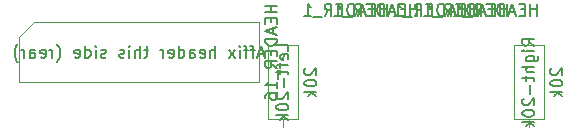
<source format=gbr>
G04 #@! TF.GenerationSoftware,KiCad,Pcbnew,(5.1.0)-1*
G04 #@! TF.CreationDate,2021-08-08T02:08:22-05:00*
G04 #@! TF.ProjectId,nixie_legacy-digit,6e697869-655f-46c6-9567-6163792d6469,rev?*
G04 #@! TF.SameCoordinates,Original*
G04 #@! TF.FileFunction,Other,Fab,Bot*
%FSLAX46Y46*%
G04 Gerber Fmt 4.6, Leading zero omitted, Abs format (unit mm)*
G04 Created by KiCad (PCBNEW (5.1.0)-1) date 2021-08-08 02:08:22*
%MOMM*%
%LPD*%
G04 APERTURE LIST*
%ADD10C,0.100000*%
%ADD11C,0.150000*%
G04 APERTURE END LIST*
D10*
X123464000Y-89560000D02*
X125964000Y-89560000D01*
X125964000Y-89560000D02*
X125964000Y-95860000D01*
X125964000Y-95860000D02*
X123464000Y-95860000D01*
X123464000Y-95860000D02*
X123464000Y-89560000D01*
X124714000Y-96520000D02*
X124714000Y-95860000D01*
X102636000Y-89560000D02*
X105136000Y-89560000D01*
X105136000Y-89560000D02*
X105136000Y-95860000D01*
X105136000Y-95860000D02*
X102636000Y-95860000D01*
X102636000Y-95860000D02*
X102636000Y-89560000D01*
X103886000Y-96520000D02*
X103886000Y-95860000D01*
X81534000Y-88900000D02*
X81534000Y-92710000D01*
X81534000Y-92710000D02*
X101854000Y-92710000D01*
X101854000Y-92710000D02*
X101854000Y-87630000D01*
X101854000Y-87630000D02*
X82804000Y-87630000D01*
X82804000Y-87630000D02*
X81534000Y-88900000D01*
D11*
X126631619Y-91543333D02*
X126584000Y-91590952D01*
X126536380Y-91686190D01*
X126536380Y-91924285D01*
X126584000Y-92019523D01*
X126631619Y-92067142D01*
X126726857Y-92114761D01*
X126822095Y-92114761D01*
X126964952Y-92067142D01*
X127536380Y-91495714D01*
X127536380Y-92114761D01*
X126536380Y-92733809D02*
X126536380Y-92829047D01*
X126584000Y-92924285D01*
X126631619Y-92971904D01*
X126726857Y-93019523D01*
X126917333Y-93067142D01*
X127155428Y-93067142D01*
X127345904Y-93019523D01*
X127441142Y-92971904D01*
X127488761Y-92924285D01*
X127536380Y-92829047D01*
X127536380Y-92733809D01*
X127488761Y-92638571D01*
X127441142Y-92590952D01*
X127345904Y-92543333D01*
X127155428Y-92495714D01*
X126917333Y-92495714D01*
X126726857Y-92543333D01*
X126631619Y-92590952D01*
X126584000Y-92638571D01*
X126536380Y-92733809D01*
X127536380Y-93495714D02*
X126536380Y-93495714D01*
X127155428Y-93590952D02*
X127536380Y-93876666D01*
X126869714Y-93876666D02*
X127250666Y-93495714D01*
X125166380Y-89614761D02*
X124690190Y-89281428D01*
X125166380Y-89043333D02*
X124166380Y-89043333D01*
X124166380Y-89424285D01*
X124214000Y-89519523D01*
X124261619Y-89567142D01*
X124356857Y-89614761D01*
X124499714Y-89614761D01*
X124594952Y-89567142D01*
X124642571Y-89519523D01*
X124690190Y-89424285D01*
X124690190Y-89043333D01*
X125166380Y-90043333D02*
X124499714Y-90043333D01*
X124166380Y-90043333D02*
X124214000Y-89995714D01*
X124261619Y-90043333D01*
X124214000Y-90090952D01*
X124166380Y-90043333D01*
X124261619Y-90043333D01*
X124499714Y-90948095D02*
X125309238Y-90948095D01*
X125404476Y-90900476D01*
X125452095Y-90852857D01*
X125499714Y-90757619D01*
X125499714Y-90614761D01*
X125452095Y-90519523D01*
X125118761Y-90948095D02*
X125166380Y-90852857D01*
X125166380Y-90662380D01*
X125118761Y-90567142D01*
X125071142Y-90519523D01*
X124975904Y-90471904D01*
X124690190Y-90471904D01*
X124594952Y-90519523D01*
X124547333Y-90567142D01*
X124499714Y-90662380D01*
X124499714Y-90852857D01*
X124547333Y-90948095D01*
X125166380Y-91424285D02*
X124166380Y-91424285D01*
X125166380Y-91852857D02*
X124642571Y-91852857D01*
X124547333Y-91805238D01*
X124499714Y-91710000D01*
X124499714Y-91567142D01*
X124547333Y-91471904D01*
X124594952Y-91424285D01*
X124499714Y-92186190D02*
X124499714Y-92567142D01*
X124166380Y-92329047D02*
X125023523Y-92329047D01*
X125118761Y-92376666D01*
X125166380Y-92471904D01*
X125166380Y-92567142D01*
X124785428Y-92900476D02*
X124785428Y-93662380D01*
X124261619Y-94090952D02*
X124214000Y-94138571D01*
X124166380Y-94233809D01*
X124166380Y-94471904D01*
X124214000Y-94567142D01*
X124261619Y-94614761D01*
X124356857Y-94662380D01*
X124452095Y-94662380D01*
X124594952Y-94614761D01*
X125166380Y-94043333D01*
X125166380Y-94662380D01*
X124166380Y-95281428D02*
X124166380Y-95376666D01*
X124214000Y-95471904D01*
X124261619Y-95519523D01*
X124356857Y-95567142D01*
X124547333Y-95614761D01*
X124785428Y-95614761D01*
X124975904Y-95567142D01*
X125071142Y-95519523D01*
X125118761Y-95471904D01*
X125166380Y-95376666D01*
X125166380Y-95281428D01*
X125118761Y-95186190D01*
X125071142Y-95138571D01*
X124975904Y-95090952D01*
X124785428Y-95043333D01*
X124547333Y-95043333D01*
X124356857Y-95090952D01*
X124261619Y-95138571D01*
X124214000Y-95186190D01*
X124166380Y-95281428D01*
X125166380Y-96043333D02*
X124166380Y-96043333D01*
X124785428Y-96138571D02*
X125166380Y-96424285D01*
X124499714Y-96424285D02*
X124880666Y-96043333D01*
X105803619Y-91543333D02*
X105756000Y-91590952D01*
X105708380Y-91686190D01*
X105708380Y-91924285D01*
X105756000Y-92019523D01*
X105803619Y-92067142D01*
X105898857Y-92114761D01*
X105994095Y-92114761D01*
X106136952Y-92067142D01*
X106708380Y-91495714D01*
X106708380Y-92114761D01*
X105708380Y-92733809D02*
X105708380Y-92829047D01*
X105756000Y-92924285D01*
X105803619Y-92971904D01*
X105898857Y-93019523D01*
X106089333Y-93067142D01*
X106327428Y-93067142D01*
X106517904Y-93019523D01*
X106613142Y-92971904D01*
X106660761Y-92924285D01*
X106708380Y-92829047D01*
X106708380Y-92733809D01*
X106660761Y-92638571D01*
X106613142Y-92590952D01*
X106517904Y-92543333D01*
X106327428Y-92495714D01*
X106089333Y-92495714D01*
X105898857Y-92543333D01*
X105803619Y-92590952D01*
X105756000Y-92638571D01*
X105708380Y-92733809D01*
X106708380Y-93495714D02*
X105708380Y-93495714D01*
X106327428Y-93590952D02*
X106708380Y-93876666D01*
X106041714Y-93876666D02*
X106422666Y-93495714D01*
X104338380Y-90043333D02*
X104338380Y-89567142D01*
X103338380Y-89567142D01*
X104290761Y-90757619D02*
X104338380Y-90662380D01*
X104338380Y-90471904D01*
X104290761Y-90376666D01*
X104195523Y-90329047D01*
X103814571Y-90329047D01*
X103719333Y-90376666D01*
X103671714Y-90471904D01*
X103671714Y-90662380D01*
X103719333Y-90757619D01*
X103814571Y-90805238D01*
X103909809Y-90805238D01*
X104005047Y-90329047D01*
X103671714Y-91090952D02*
X103671714Y-91471904D01*
X104338380Y-91233809D02*
X103481238Y-91233809D01*
X103386000Y-91281428D01*
X103338380Y-91376666D01*
X103338380Y-91471904D01*
X103671714Y-91662380D02*
X103671714Y-92043333D01*
X103338380Y-91805238D02*
X104195523Y-91805238D01*
X104290761Y-91852857D01*
X104338380Y-91948095D01*
X104338380Y-92043333D01*
X103957428Y-92376666D02*
X103957428Y-93138571D01*
X103433619Y-93567142D02*
X103386000Y-93614761D01*
X103338380Y-93710000D01*
X103338380Y-93948095D01*
X103386000Y-94043333D01*
X103433619Y-94090952D01*
X103528857Y-94138571D01*
X103624095Y-94138571D01*
X103766952Y-94090952D01*
X104338380Y-93519523D01*
X104338380Y-94138571D01*
X103338380Y-94757619D02*
X103338380Y-94852857D01*
X103386000Y-94948095D01*
X103433619Y-94995714D01*
X103528857Y-95043333D01*
X103719333Y-95090952D01*
X103957428Y-95090952D01*
X104147904Y-95043333D01*
X104243142Y-94995714D01*
X104290761Y-94948095D01*
X104338380Y-94852857D01*
X104338380Y-94757619D01*
X104290761Y-94662380D01*
X104243142Y-94614761D01*
X104147904Y-94567142D01*
X103957428Y-94519523D01*
X103719333Y-94519523D01*
X103528857Y-94567142D01*
X103433619Y-94614761D01*
X103386000Y-94662380D01*
X103338380Y-94757619D01*
X104338380Y-95519523D02*
X103338380Y-95519523D01*
X103957428Y-95614761D02*
X104338380Y-95900476D01*
X103671714Y-95900476D02*
X104052666Y-95519523D01*
X125396190Y-87066380D02*
X125396190Y-86066380D01*
X125396190Y-86542571D02*
X124824761Y-86542571D01*
X124824761Y-87066380D02*
X124824761Y-86066380D01*
X124348571Y-86542571D02*
X124015238Y-86542571D01*
X123872380Y-87066380D02*
X124348571Y-87066380D01*
X124348571Y-86066380D01*
X123872380Y-86066380D01*
X123491428Y-86780666D02*
X123015238Y-86780666D01*
X123586666Y-87066380D02*
X123253333Y-86066380D01*
X122920000Y-87066380D01*
X122586666Y-87066380D02*
X122586666Y-86066380D01*
X122348571Y-86066380D01*
X122205714Y-86114000D01*
X122110476Y-86209238D01*
X122062857Y-86304476D01*
X122015238Y-86494952D01*
X122015238Y-86637809D01*
X122062857Y-86828285D01*
X122110476Y-86923523D01*
X122205714Y-87018761D01*
X122348571Y-87066380D01*
X122586666Y-87066380D01*
X121586666Y-86542571D02*
X121253333Y-86542571D01*
X121110476Y-87066380D02*
X121586666Y-87066380D01*
X121586666Y-86066380D01*
X121110476Y-86066380D01*
X120110476Y-87066380D02*
X120443809Y-86590190D01*
X120681904Y-87066380D02*
X120681904Y-86066380D01*
X120300952Y-86066380D01*
X120205714Y-86114000D01*
X120158095Y-86161619D01*
X120110476Y-86256857D01*
X120110476Y-86399714D01*
X120158095Y-86494952D01*
X120205714Y-86542571D01*
X120300952Y-86590190D01*
X120681904Y-86590190D01*
X119920000Y-87161619D02*
X119158095Y-87161619D01*
X118396190Y-87066380D02*
X118967619Y-87066380D01*
X118681904Y-87066380D02*
X118681904Y-86066380D01*
X118777142Y-86209238D01*
X118872380Y-86304476D01*
X118967619Y-86352095D01*
X115236190Y-87066380D02*
X115236190Y-86066380D01*
X115236190Y-86542571D02*
X114664761Y-86542571D01*
X114664761Y-87066380D02*
X114664761Y-86066380D01*
X114188571Y-86542571D02*
X113855238Y-86542571D01*
X113712380Y-87066380D02*
X114188571Y-87066380D01*
X114188571Y-86066380D01*
X113712380Y-86066380D01*
X113331428Y-86780666D02*
X112855238Y-86780666D01*
X113426666Y-87066380D02*
X113093333Y-86066380D01*
X112760000Y-87066380D01*
X112426666Y-87066380D02*
X112426666Y-86066380D01*
X112188571Y-86066380D01*
X112045714Y-86114000D01*
X111950476Y-86209238D01*
X111902857Y-86304476D01*
X111855238Y-86494952D01*
X111855238Y-86637809D01*
X111902857Y-86828285D01*
X111950476Y-86923523D01*
X112045714Y-87018761D01*
X112188571Y-87066380D01*
X112426666Y-87066380D01*
X111426666Y-86542571D02*
X111093333Y-86542571D01*
X110950476Y-87066380D02*
X111426666Y-87066380D01*
X111426666Y-86066380D01*
X110950476Y-86066380D01*
X109950476Y-87066380D02*
X110283809Y-86590190D01*
X110521904Y-87066380D02*
X110521904Y-86066380D01*
X110140952Y-86066380D01*
X110045714Y-86114000D01*
X109998095Y-86161619D01*
X109950476Y-86256857D01*
X109950476Y-86399714D01*
X109998095Y-86494952D01*
X110045714Y-86542571D01*
X110140952Y-86590190D01*
X110521904Y-86590190D01*
X109760000Y-87161619D02*
X108998095Y-87161619D01*
X108236190Y-87066380D02*
X108807619Y-87066380D01*
X108521904Y-87066380D02*
X108521904Y-86066380D01*
X108617142Y-86209238D01*
X108712380Y-86304476D01*
X108807619Y-86352095D01*
X122856190Y-87066380D02*
X122856190Y-86066380D01*
X122856190Y-86542571D02*
X122284761Y-86542571D01*
X122284761Y-87066380D02*
X122284761Y-86066380D01*
X121808571Y-86542571D02*
X121475238Y-86542571D01*
X121332380Y-87066380D02*
X121808571Y-87066380D01*
X121808571Y-86066380D01*
X121332380Y-86066380D01*
X120951428Y-86780666D02*
X120475238Y-86780666D01*
X121046666Y-87066380D02*
X120713333Y-86066380D01*
X120380000Y-87066380D01*
X120046666Y-87066380D02*
X120046666Y-86066380D01*
X119808571Y-86066380D01*
X119665714Y-86114000D01*
X119570476Y-86209238D01*
X119522857Y-86304476D01*
X119475238Y-86494952D01*
X119475238Y-86637809D01*
X119522857Y-86828285D01*
X119570476Y-86923523D01*
X119665714Y-87018761D01*
X119808571Y-87066380D01*
X120046666Y-87066380D01*
X119046666Y-86542571D02*
X118713333Y-86542571D01*
X118570476Y-87066380D02*
X119046666Y-87066380D01*
X119046666Y-86066380D01*
X118570476Y-86066380D01*
X117570476Y-87066380D02*
X117903809Y-86590190D01*
X118141904Y-87066380D02*
X118141904Y-86066380D01*
X117760952Y-86066380D01*
X117665714Y-86114000D01*
X117618095Y-86161619D01*
X117570476Y-86256857D01*
X117570476Y-86399714D01*
X117618095Y-86494952D01*
X117665714Y-86542571D01*
X117760952Y-86590190D01*
X118141904Y-86590190D01*
X117380000Y-87161619D02*
X116618095Y-87161619D01*
X115856190Y-87066380D02*
X116427619Y-87066380D01*
X116141904Y-87066380D02*
X116141904Y-86066380D01*
X116237142Y-86209238D01*
X116332380Y-86304476D01*
X116427619Y-86352095D01*
X112696190Y-87066380D02*
X112696190Y-86066380D01*
X112696190Y-86542571D02*
X112124761Y-86542571D01*
X112124761Y-87066380D02*
X112124761Y-86066380D01*
X111648571Y-86542571D02*
X111315238Y-86542571D01*
X111172380Y-87066380D02*
X111648571Y-87066380D01*
X111648571Y-86066380D01*
X111172380Y-86066380D01*
X110791428Y-86780666D02*
X110315238Y-86780666D01*
X110886666Y-87066380D02*
X110553333Y-86066380D01*
X110220000Y-87066380D01*
X109886666Y-87066380D02*
X109886666Y-86066380D01*
X109648571Y-86066380D01*
X109505714Y-86114000D01*
X109410476Y-86209238D01*
X109362857Y-86304476D01*
X109315238Y-86494952D01*
X109315238Y-86637809D01*
X109362857Y-86828285D01*
X109410476Y-86923523D01*
X109505714Y-87018761D01*
X109648571Y-87066380D01*
X109886666Y-87066380D01*
X108886666Y-86542571D02*
X108553333Y-86542571D01*
X108410476Y-87066380D02*
X108886666Y-87066380D01*
X108886666Y-86066380D01*
X108410476Y-86066380D01*
X107410476Y-87066380D02*
X107743809Y-86590190D01*
X107981904Y-87066380D02*
X107981904Y-86066380D01*
X107600952Y-86066380D01*
X107505714Y-86114000D01*
X107458095Y-86161619D01*
X107410476Y-86256857D01*
X107410476Y-86399714D01*
X107458095Y-86494952D01*
X107505714Y-86542571D01*
X107600952Y-86590190D01*
X107981904Y-86590190D01*
X107220000Y-87161619D02*
X106458095Y-87161619D01*
X105696190Y-87066380D02*
X106267619Y-87066380D01*
X105981904Y-87066380D02*
X105981904Y-86066380D01*
X106077142Y-86209238D01*
X106172380Y-86304476D01*
X106267619Y-86352095D01*
X120316190Y-87066380D02*
X120316190Y-86066380D01*
X120316190Y-86542571D02*
X119744761Y-86542571D01*
X119744761Y-87066380D02*
X119744761Y-86066380D01*
X119268571Y-86542571D02*
X118935238Y-86542571D01*
X118792380Y-87066380D02*
X119268571Y-87066380D01*
X119268571Y-86066380D01*
X118792380Y-86066380D01*
X118411428Y-86780666D02*
X117935238Y-86780666D01*
X118506666Y-87066380D02*
X118173333Y-86066380D01*
X117840000Y-87066380D01*
X117506666Y-87066380D02*
X117506666Y-86066380D01*
X117268571Y-86066380D01*
X117125714Y-86114000D01*
X117030476Y-86209238D01*
X116982857Y-86304476D01*
X116935238Y-86494952D01*
X116935238Y-86637809D01*
X116982857Y-86828285D01*
X117030476Y-86923523D01*
X117125714Y-87018761D01*
X117268571Y-87066380D01*
X117506666Y-87066380D01*
X116506666Y-86542571D02*
X116173333Y-86542571D01*
X116030476Y-87066380D02*
X116506666Y-87066380D01*
X116506666Y-86066380D01*
X116030476Y-86066380D01*
X115030476Y-87066380D02*
X115363809Y-86590190D01*
X115601904Y-87066380D02*
X115601904Y-86066380D01*
X115220952Y-86066380D01*
X115125714Y-86114000D01*
X115078095Y-86161619D01*
X115030476Y-86256857D01*
X115030476Y-86399714D01*
X115078095Y-86494952D01*
X115125714Y-86542571D01*
X115220952Y-86590190D01*
X115601904Y-86590190D01*
X114840000Y-87161619D02*
X114078095Y-87161619D01*
X113316190Y-87066380D02*
X113887619Y-87066380D01*
X113601904Y-87066380D02*
X113601904Y-86066380D01*
X113697142Y-86209238D01*
X113792380Y-86304476D01*
X113887619Y-86352095D01*
X103366380Y-86217619D02*
X102366380Y-86217619D01*
X102842571Y-86217619D02*
X102842571Y-86789047D01*
X103366380Y-86789047D02*
X102366380Y-86789047D01*
X102842571Y-87265238D02*
X102842571Y-87598571D01*
X103366380Y-87741428D02*
X103366380Y-87265238D01*
X102366380Y-87265238D01*
X102366380Y-87741428D01*
X103080666Y-88122380D02*
X103080666Y-88598571D01*
X103366380Y-88027142D02*
X102366380Y-88360476D01*
X103366380Y-88693809D01*
X103366380Y-89027142D02*
X102366380Y-89027142D01*
X102366380Y-89265238D01*
X102414000Y-89408095D01*
X102509238Y-89503333D01*
X102604476Y-89550952D01*
X102794952Y-89598571D01*
X102937809Y-89598571D01*
X103128285Y-89550952D01*
X103223523Y-89503333D01*
X103318761Y-89408095D01*
X103366380Y-89265238D01*
X103366380Y-89027142D01*
X102842571Y-90027142D02*
X102842571Y-90360476D01*
X103366380Y-90503333D02*
X103366380Y-90027142D01*
X102366380Y-90027142D01*
X102366380Y-90503333D01*
X103366380Y-91503333D02*
X102890190Y-91170000D01*
X103366380Y-90931904D02*
X102366380Y-90931904D01*
X102366380Y-91312857D01*
X102414000Y-91408095D01*
X102461619Y-91455714D01*
X102556857Y-91503333D01*
X102699714Y-91503333D01*
X102794952Y-91455714D01*
X102842571Y-91408095D01*
X102890190Y-91312857D01*
X102890190Y-90931904D01*
X103461619Y-91693809D02*
X103461619Y-92455714D01*
X103366380Y-93217619D02*
X103366380Y-92646190D01*
X103366380Y-92931904D02*
X102366380Y-92931904D01*
X102509238Y-92836666D01*
X102604476Y-92741428D01*
X102652095Y-92646190D01*
X102366380Y-94074761D02*
X102366380Y-93884285D01*
X102414000Y-93789047D01*
X102461619Y-93741428D01*
X102604476Y-93646190D01*
X102794952Y-93598571D01*
X103175904Y-93598571D01*
X103271142Y-93646190D01*
X103318761Y-93693809D01*
X103366380Y-93789047D01*
X103366380Y-93979523D01*
X103318761Y-94074761D01*
X103271142Y-94122380D01*
X103175904Y-94170000D01*
X102937809Y-94170000D01*
X102842571Y-94122380D01*
X102794952Y-94074761D01*
X102747333Y-93979523D01*
X102747333Y-93789047D01*
X102794952Y-93693809D01*
X102842571Y-93646190D01*
X102937809Y-93598571D01*
X102265428Y-90336666D02*
X101789238Y-90336666D01*
X102360666Y-90622380D02*
X102027333Y-89622380D01*
X101694000Y-90622380D01*
X101503523Y-89955714D02*
X101122571Y-89955714D01*
X101360666Y-90622380D02*
X101360666Y-89765238D01*
X101313047Y-89670000D01*
X101217809Y-89622380D01*
X101122571Y-89622380D01*
X100932095Y-89955714D02*
X100551142Y-89955714D01*
X100789238Y-90622380D02*
X100789238Y-89765238D01*
X100741619Y-89670000D01*
X100646380Y-89622380D01*
X100551142Y-89622380D01*
X100217809Y-90622380D02*
X100217809Y-89955714D01*
X100217809Y-89622380D02*
X100265428Y-89670000D01*
X100217809Y-89717619D01*
X100170190Y-89670000D01*
X100217809Y-89622380D01*
X100217809Y-89717619D01*
X99836857Y-90622380D02*
X99313047Y-89955714D01*
X99836857Y-89955714D02*
X99313047Y-90622380D01*
X98170190Y-90622380D02*
X98170190Y-89622380D01*
X97741619Y-90622380D02*
X97741619Y-90098571D01*
X97789238Y-90003333D01*
X97884476Y-89955714D01*
X98027333Y-89955714D01*
X98122571Y-90003333D01*
X98170190Y-90050952D01*
X96884476Y-90574761D02*
X96979714Y-90622380D01*
X97170190Y-90622380D01*
X97265428Y-90574761D01*
X97313047Y-90479523D01*
X97313047Y-90098571D01*
X97265428Y-90003333D01*
X97170190Y-89955714D01*
X96979714Y-89955714D01*
X96884476Y-90003333D01*
X96836857Y-90098571D01*
X96836857Y-90193809D01*
X97313047Y-90289047D01*
X95979714Y-90622380D02*
X95979714Y-90098571D01*
X96027333Y-90003333D01*
X96122571Y-89955714D01*
X96313047Y-89955714D01*
X96408285Y-90003333D01*
X95979714Y-90574761D02*
X96074952Y-90622380D01*
X96313047Y-90622380D01*
X96408285Y-90574761D01*
X96455904Y-90479523D01*
X96455904Y-90384285D01*
X96408285Y-90289047D01*
X96313047Y-90241428D01*
X96074952Y-90241428D01*
X95979714Y-90193809D01*
X95074952Y-90622380D02*
X95074952Y-89622380D01*
X95074952Y-90574761D02*
X95170190Y-90622380D01*
X95360666Y-90622380D01*
X95455904Y-90574761D01*
X95503523Y-90527142D01*
X95551142Y-90431904D01*
X95551142Y-90146190D01*
X95503523Y-90050952D01*
X95455904Y-90003333D01*
X95360666Y-89955714D01*
X95170190Y-89955714D01*
X95074952Y-90003333D01*
X94217809Y-90574761D02*
X94313047Y-90622380D01*
X94503523Y-90622380D01*
X94598761Y-90574761D01*
X94646380Y-90479523D01*
X94646380Y-90098571D01*
X94598761Y-90003333D01*
X94503523Y-89955714D01*
X94313047Y-89955714D01*
X94217809Y-90003333D01*
X94170190Y-90098571D01*
X94170190Y-90193809D01*
X94646380Y-90289047D01*
X93741619Y-90622380D02*
X93741619Y-89955714D01*
X93741619Y-90146190D02*
X93694000Y-90050952D01*
X93646380Y-90003333D01*
X93551142Y-89955714D01*
X93455904Y-89955714D01*
X92503523Y-89955714D02*
X92122571Y-89955714D01*
X92360666Y-89622380D02*
X92360666Y-90479523D01*
X92313047Y-90574761D01*
X92217809Y-90622380D01*
X92122571Y-90622380D01*
X91789238Y-90622380D02*
X91789238Y-89622380D01*
X91360666Y-90622380D02*
X91360666Y-90098571D01*
X91408285Y-90003333D01*
X91503523Y-89955714D01*
X91646380Y-89955714D01*
X91741619Y-90003333D01*
X91789238Y-90050952D01*
X90884476Y-90622380D02*
X90884476Y-89955714D01*
X90884476Y-89622380D02*
X90932095Y-89670000D01*
X90884476Y-89717619D01*
X90836857Y-89670000D01*
X90884476Y-89622380D01*
X90884476Y-89717619D01*
X90455904Y-90574761D02*
X90360666Y-90622380D01*
X90170190Y-90622380D01*
X90074952Y-90574761D01*
X90027333Y-90479523D01*
X90027333Y-90431904D01*
X90074952Y-90336666D01*
X90170190Y-90289047D01*
X90313047Y-90289047D01*
X90408285Y-90241428D01*
X90455904Y-90146190D01*
X90455904Y-90098571D01*
X90408285Y-90003333D01*
X90313047Y-89955714D01*
X90170190Y-89955714D01*
X90074952Y-90003333D01*
X88884476Y-90574761D02*
X88789238Y-90622380D01*
X88598761Y-90622380D01*
X88503523Y-90574761D01*
X88455904Y-90479523D01*
X88455904Y-90431904D01*
X88503523Y-90336666D01*
X88598761Y-90289047D01*
X88741619Y-90289047D01*
X88836857Y-90241428D01*
X88884476Y-90146190D01*
X88884476Y-90098571D01*
X88836857Y-90003333D01*
X88741619Y-89955714D01*
X88598761Y-89955714D01*
X88503523Y-90003333D01*
X88027333Y-90622380D02*
X88027333Y-89955714D01*
X88027333Y-89622380D02*
X88074952Y-89670000D01*
X88027333Y-89717619D01*
X87979714Y-89670000D01*
X88027333Y-89622380D01*
X88027333Y-89717619D01*
X87122571Y-90622380D02*
X87122571Y-89622380D01*
X87122571Y-90574761D02*
X87217809Y-90622380D01*
X87408285Y-90622380D01*
X87503523Y-90574761D01*
X87551142Y-90527142D01*
X87598761Y-90431904D01*
X87598761Y-90146190D01*
X87551142Y-90050952D01*
X87503523Y-90003333D01*
X87408285Y-89955714D01*
X87217809Y-89955714D01*
X87122571Y-90003333D01*
X86265428Y-90574761D02*
X86360666Y-90622380D01*
X86551142Y-90622380D01*
X86646380Y-90574761D01*
X86694000Y-90479523D01*
X86694000Y-90098571D01*
X86646380Y-90003333D01*
X86551142Y-89955714D01*
X86360666Y-89955714D01*
X86265428Y-90003333D01*
X86217809Y-90098571D01*
X86217809Y-90193809D01*
X86694000Y-90289047D01*
X84741619Y-91003333D02*
X84789238Y-90955714D01*
X84884476Y-90812857D01*
X84932095Y-90717619D01*
X84979714Y-90574761D01*
X85027333Y-90336666D01*
X85027333Y-90146190D01*
X84979714Y-89908095D01*
X84932095Y-89765238D01*
X84884476Y-89670000D01*
X84789238Y-89527142D01*
X84741619Y-89479523D01*
X84360666Y-90622380D02*
X84360666Y-89955714D01*
X84360666Y-90146190D02*
X84313047Y-90050952D01*
X84265428Y-90003333D01*
X84170190Y-89955714D01*
X84074952Y-89955714D01*
X83360666Y-90574761D02*
X83455904Y-90622380D01*
X83646380Y-90622380D01*
X83741619Y-90574761D01*
X83789238Y-90479523D01*
X83789238Y-90098571D01*
X83741619Y-90003333D01*
X83646380Y-89955714D01*
X83455904Y-89955714D01*
X83360666Y-90003333D01*
X83313047Y-90098571D01*
X83313047Y-90193809D01*
X83789238Y-90289047D01*
X82455904Y-90622380D02*
X82455904Y-90098571D01*
X82503523Y-90003333D01*
X82598761Y-89955714D01*
X82789238Y-89955714D01*
X82884476Y-90003333D01*
X82455904Y-90574761D02*
X82551142Y-90622380D01*
X82789238Y-90622380D01*
X82884476Y-90574761D01*
X82932095Y-90479523D01*
X82932095Y-90384285D01*
X82884476Y-90289047D01*
X82789238Y-90241428D01*
X82551142Y-90241428D01*
X82455904Y-90193809D01*
X81979714Y-90622380D02*
X81979714Y-89955714D01*
X81979714Y-90146190D02*
X81932095Y-90050952D01*
X81884476Y-90003333D01*
X81789238Y-89955714D01*
X81694000Y-89955714D01*
X81455904Y-91003333D02*
X81408285Y-90955714D01*
X81313047Y-90812857D01*
X81265428Y-90717619D01*
X81217809Y-90574761D01*
X81170190Y-90336666D01*
X81170190Y-90146190D01*
X81217809Y-89908095D01*
X81265428Y-89765238D01*
X81313047Y-89670000D01*
X81408285Y-89527142D01*
X81455904Y-89479523D01*
M02*

</source>
